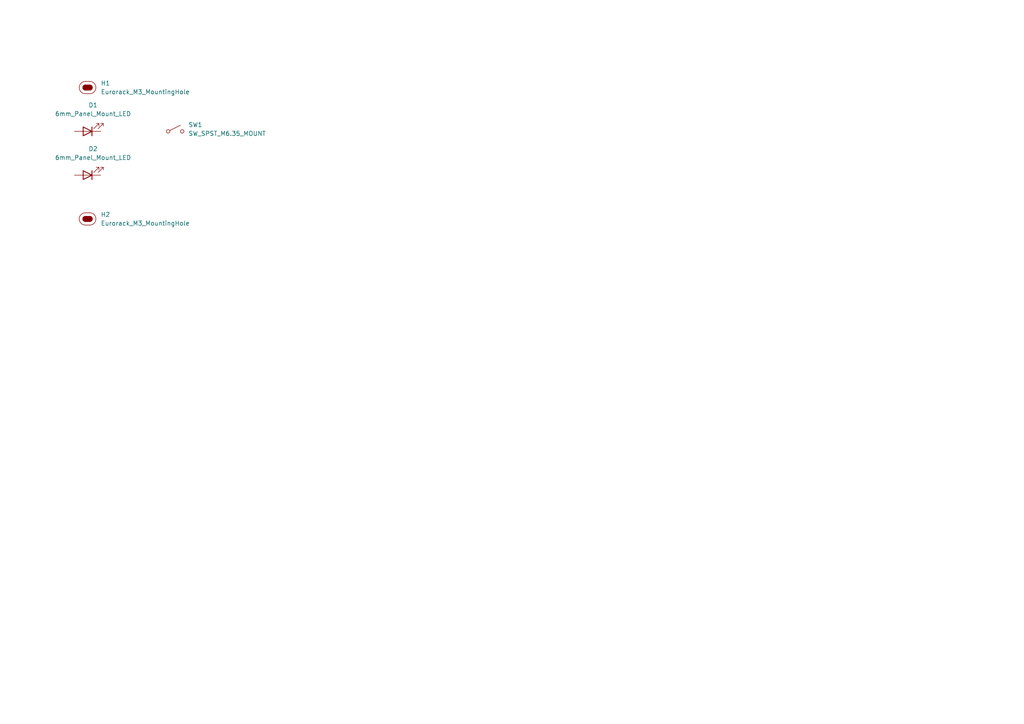
<source format=kicad_sch>
(kicad_sch (version 20250114) (generator "eeschema") (generator_version "9.0")
  (paper "A4")
  (lib_symbols
    (symbol "EXC:6mm_Panel_Mount_LED" (pin_numbers (hide yes)) (pin_names (offset 1.016) (hide yes))
      (property "Reference" "D" (at 0 2.54 0))
      (property "Value" "6mm_Panel_Mount_LED" (at 0 -3.556 0))
      (symbol "6mm_Panel_Mount_LED_0_1"
        (polyline (pts (xy -1.27 1.27) (xy -1.27 -1.27) (xy 1.27 0) (xy -1.27 1.27)) (stroke (width 0.254)))
        (polyline (pts (xy 1.27 1.27) (xy 1.27 -1.27)) (stroke (width 0.254)))
        (polyline (pts (xy 1.27 0) (xy -1.27 0)))
        (polyline (pts (xy 1.778 0.762) (xy 3.302 2.286) (xy 2.54 2.286) (xy 3.302 2.286) (xy 3.302 1.524)))
        (polyline (pts (xy 3.048 0.762) (xy 4.572 2.286) (xy 3.81 2.286) (xy 4.572 2.286) (xy 4.572 1.524)))
      )
      (symbol "6mm_Panel_Mount_LED_1_1"
        (pin passive line (at -3.81 0 0) (length 2.54) (name "A") (number "2"))
        (pin passive line (at 3.81 0 180) (length 2.54) (name "K") (number "1"))
      )
    )
    (symbol "EXC:Eurorack_M3_MountingHole" (pin_names (offset 1.016))
      (property "Reference" "H" (at 0 5.08 0))
      (property "Value" "Eurorack_M3_MountingHole" (at 0 3.175 0))
      (symbol "Eurorack_M3_MountingHole_0_1"
        (polyline (pts (xy -0.635 0.762) (xy 0.635 0.762)))
        (circle (center -0.635 0) (radius 0.762) (fill (type outline)))
        (arc (start -0.635 -0.762) (mid -1.397 0) (end -0.635 0.762))
        (arc (start -0.635 -1.778) (mid -2.413 0) (end -0.635 1.778))
        (polyline (pts (xy -0.635 -0.762) (xy 0.635 -0.762)))
        (polyline (pts (xy -0.635 -1.778) (xy 0.635 -1.778)))
        (circle (center 0 0) (radius 0.762) (fill (type outline)))
        (polyline (pts (xy 0.635 1.778) (xy -0.635 1.778)))
        (arc (start 0.6141 1.778) (mid 2.4131 0) (end 0.6141 -1.778))
        (arc (start 0.6227 0.762) (mid 1.3971 0) (end 0.6227 -0.762))
        (circle (center 0.635 0) (radius 0.762) (fill (type outline)))
      )
    )
    (symbol "EXC:SW_SPDT-M6.35_Panel_Mount" (pin_names (offset 0) (hide yes))
      (property "Reference" "SW" (at 0 3.175 0))
      (property "Value" "SW_SPST_M6.35_MOUNT" (at 0 -2.032 0))
      (symbol "SW_SPDT-M6.35_Panel_Mount_0_0"
        (circle (center -2.032 0) (radius 0.508))
        (polyline (pts (xy -1.524 0.254) (xy 1.524 1.778)))
        (circle (center 2.032 0) (radius 0.508))
      )
    )
  )
  (symbol (lib_id "EXC:Eurorack_M3_MountingHole") (at 25.4 63.5 0) (unit 1)
    (property "Reference" "H2" (at 29.21 62.2299 0) (effects (justify left)))
    (property "Value" "Eurorack_M3_MountingHole" (at 29.21 64.7699 0) (effects (justify left)))
    (property "Footprint" "EXC:MountingHole_3.2mm_M3" (effects (hide yes)))
    (property "Description" "Mounting Hole without connection" (effects (hide yes)))
  )
  (symbol (lib_id "EXC:6mm_Panel_Mount_LED") (at 25.4 50.8 0) (unit 1)
    (property "Reference" "D2" (at 26.9875 43.18 0))
    (property "Value" "6mm_Panel_Mount_LED" (at 26.9875 45.72 0))
    (property "Footprint" "EXC:6mm_Panel_Mount_LED" (effects (hide yes)))
    (property "Description" "Light emitting diode" (effects (hide yes)))
  )
  (symbol (lib_id "EXC:Eurorack_M3_MountingHole") (at 25.4 25.4 0) (unit 1)
    (property "Reference" "H1" (at 29.21 24.1299 0) (effects (justify left)))
    (property "Value" "Eurorack_M3_MountingHole" (at 29.21 26.6699 0) (effects (justify left)))
    (property "Footprint" "EXC:MountingHole_3.2mm_M3" (effects (hide yes)))
    (property "Description" "Mounting Hole without connection" (effects (hide yes)))
  )
  (symbol (lib_id "EXC:SW_SPDT-M6.35_Panel_Mount") (at 50.8 38.1 0) (unit 1)
    (property "Reference" "SW1" (at 54.61 36.1949 0) (effects (justify left)))
    (property "Value" "SW_SPST_M6.35_MOUNT" (at 54.61 38.7349 0) (effects (justify left)))
    (property "Footprint" "EXC:SW_SPDT_M6.35_Panel_Mount" (effects (hide yes)))
    (property "Datasheet" "https://ae01.alicdn.com/kf/S30ba4cd8ca6748179fcb108112fb1d3fP.jpg" (effects (hide yes)))
    (property "Description" "Single Pole Dual-Throw (SPDT) M6.35 panel-mount switch" (effects (hide yes)))
    (property "Source" "https://www.aliexpress.com/item/4000512396094.html" (effects (hide yes)))
  )
  (symbol (lib_id "EXC:6mm_Panel_Mount_LED") (at 25.4 38.1 0) (unit 1)
    (property "Reference" "D1" (at 26.9875 30.48 0))
    (property "Value" "6mm_Panel_Mount_LED" (at 26.9875 33.02 0))
    (property "Footprint" "EXC:6mm_Panel_Mount_LED" (effects (hide yes)))
    (property "Description" "Light emitting diode" (effects (hide yes)))
  )
)
</source>
